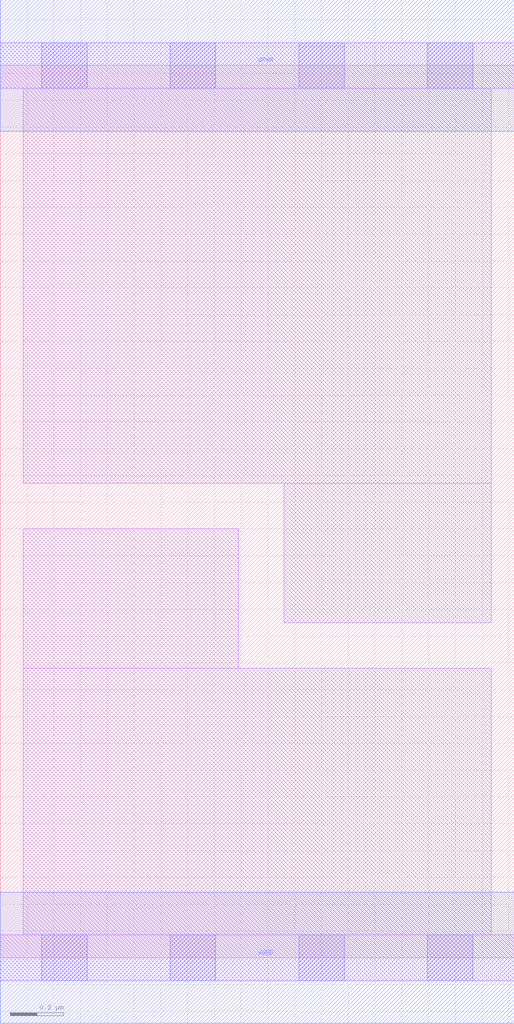
<source format=lef>
# Copyright 2020 The SkyWater PDK Authors
#
# Licensed under the Apache License, Version 2.0 (the "License");
# you may not use this file except in compliance with the License.
# You may obtain a copy of the License at
#
#     https://www.apache.org/licenses/LICENSE-2.0
#
# Unless required by applicable law or agreed to in writing, software
# distributed under the License is distributed on an "AS IS" BASIS,
# WITHOUT WARRANTIES OR CONDITIONS OF ANY KIND, either express or implied.
# See the License for the specific language governing permissions and
# limitations under the License.
#
# SPDX-License-Identifier: Apache-2.0

VERSION 5.7 ;
  NOWIREEXTENSIONATPIN ON ;
  DIVIDERCHAR "/" ;
  BUSBITCHARS "[]" ;
UNITS
  DATABASE MICRONS 200 ;
END UNITS
MACRO sky130_fd_sc_ls__decaphe_4
  CLASS CORE ;
  FOREIGN sky130_fd_sc_ls__decaphe_4 ;
  ORIGIN  0.000000  0.000000 ;
  SIZE  1.920000 BY  3.330000 ;
  SYMMETRY X Y R90 ;
  SITE unit ;
  PIN VGND
    DIRECTION INOUT ;
    SHAPE ABUTMENT ;
    USE GROUND ;
    PORT
      LAYER met1 ;
        RECT 0.000000 -0.245000 1.920000 0.245000 ;
    END
  END VGND
  PIN VPWR
    DIRECTION INOUT ;
    SHAPE ABUTMENT ;
    USE POWER ;
    PORT
      LAYER met1 ;
        RECT 0.000000 3.085000 1.920000 3.575000 ;
    END
  END VPWR
  OBS
    LAYER li1 ;
      RECT 0.000000 -0.085000 1.920000 0.085000 ;
      RECT 0.000000  3.245000 1.920000 3.415000 ;
      RECT 0.085000  0.085000 1.835000 1.080000 ;
      RECT 0.085000  1.080000 0.890000 1.600000 ;
      RECT 0.085000  1.770000 1.835000 3.245000 ;
      RECT 1.060000  1.250000 1.835000 1.770000 ;
    LAYER mcon ;
      RECT 0.155000 -0.085000 0.325000 0.085000 ;
      RECT 0.155000  3.245000 0.325000 3.415000 ;
      RECT 0.635000 -0.085000 0.805000 0.085000 ;
      RECT 0.635000  3.245000 0.805000 3.415000 ;
      RECT 1.115000 -0.085000 1.285000 0.085000 ;
      RECT 1.115000  3.245000 1.285000 3.415000 ;
      RECT 1.595000 -0.085000 1.765000 0.085000 ;
      RECT 1.595000  3.245000 1.765000 3.415000 ;
  END
END sky130_fd_sc_ls__decaphe_4
END LIBRARY

</source>
